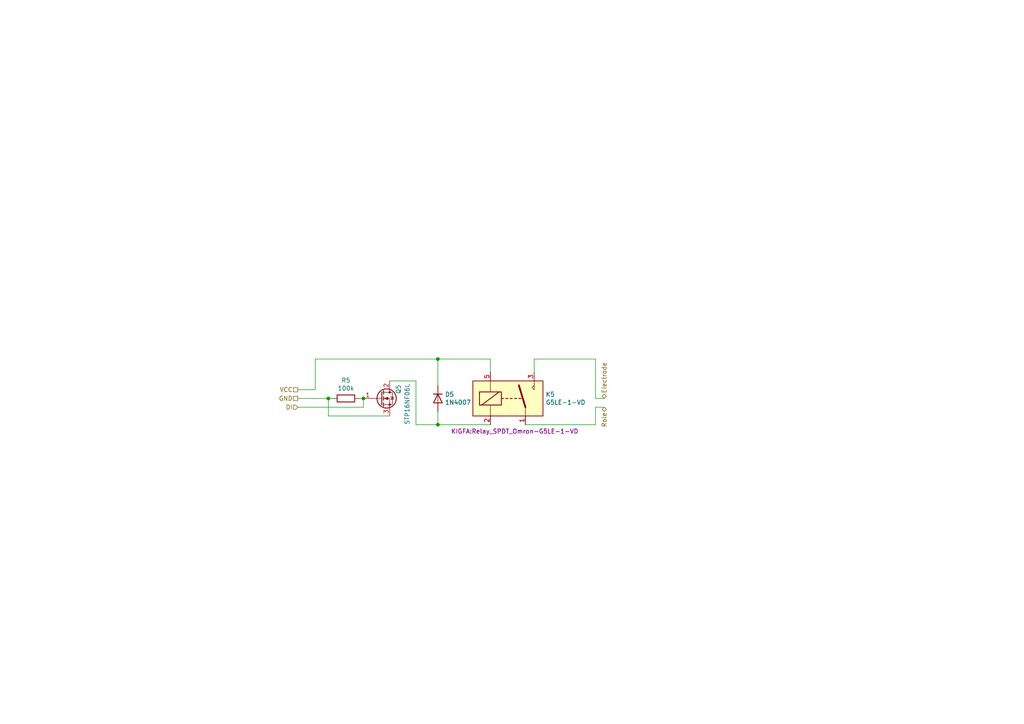
<source format=kicad_sch>
(kicad_sch (version 20211123) (generator eeschema)
  (paper "A4")
  (lib_symbols
    (symbol "Device:R" (pin_numbers hide) (pin_names (offset 0))
      (property "Reference" "R" (at 2.032 0 90))
      (property "Value" "R" (at 0 0 90))
      (symbol "R_0_1"
        (rectangle (start -1.016 -2.54) (end 1.016 2.54) (stroke (width 0.254)))
      )
      (symbol "R_1_1"
        (pin passive line (at 0 3.81 270) (length 1.27) (name "~") (number "1"))
        (pin passive line (at 0 -3.81 90) (length 1.27) (name "~") (number "2"))
      )
    )
    (symbol "Diode:1N4007" (pin_numbers hide) (pin_names (offset 1.016) hide)
      (property "Reference" "D" (at 0 2.54 0))
      (property "Value" "1N4007" (at 0 -2.54 0))
      (symbol "1N4007_0_1"
        (polyline (pts (xy -1.27 1.27) (xy -1.27 -1.27)) (stroke (width 0.254)))
        (polyline (pts (xy 1.27 0) (xy -1.27 0)))
        (polyline (pts (xy 1.27 1.27) (xy 1.27 -1.27) (xy -1.27 0) (xy 1.27 1.27)) (stroke (width 0.254)))
      )
      (symbol "1N4007_1_1"
        (pin passive line (at -3.81 0 0) (length 2.54) (name "K") (number "1"))
        (pin passive line (at 3.81 0 180) (length 2.54) (name "A") (number "2"))
      )
    )
    (symbol "relay_card_single:G5LE-1-VD"
      (property "Reference" "K14" (at 10.922 1.1684 0))
      (property "Value" "G5LE-1-VD" (at 10.922 -1.143 0))
      (symbol "G5LE-1-VD_0_0"
        (polyline (pts (xy 7.62 5.08) (xy 7.62 2.54) (xy 6.985 3.175) (xy 7.62 3.81)))
      )
      (symbol "G5LE-1-VD_0_1"
        (rectangle (start -10.16 5.08) (end 10.16 -5.08) (stroke (width 0.254)) (fill (type background)))
        (rectangle (start -8.255 1.905) (end -1.905 -1.905) (stroke (width 0.254)))
        (polyline (pts (xy -7.62 -1.905) (xy -2.54 1.905)) (stroke (width 0.254)))
        (polyline (pts (xy -5.08 -5.08) (xy -5.08 -1.905)))
        (polyline (pts (xy -5.08 5.08) (xy -5.08 1.905)))
        (polyline (pts (xy -1.905 0) (xy -1.27 0)) (stroke (width 0.254)))
        (polyline (pts (xy -0.635 0) (xy 0 0)) (stroke (width 0.254)))
        (polyline (pts (xy 0.635 0) (xy 1.27 0)) (stroke (width 0.254)))
        (polyline (pts (xy 1.905 0) (xy 2.54 0)) (stroke (width 0.254)))
        (polyline (pts (xy 3.175 0) (xy 3.81 0)) (stroke (width 0.254)))
        (polyline (pts (xy 5.08 -2.54) (xy 3.175 3.81)) (stroke (width 0.508)))
        (polyline (pts (xy 5.08 -2.54) (xy 5.08 -5.08)))
      )
      (symbol "G5LE-1-VD_1_1"
        (pin passive line (at 5.08 -7.62 90) (length 2.54) (name "~") (number "1"))
        (pin passive line (at -5.08 -7.62 90) (length 2.54) (name "~") (number "2"))
        (pin passive line (at 7.62 7.62 270) (length 2.54) (name "~") (number "3"))
        (pin passive line (at -5.08 7.62 270) (length 2.54) (name "~") (number "5"))
      )
    )
    (symbol "relay_card_single:STP16NF06L" (pin_names hide)
      (property "Reference" "Q14" (at 5.08 1.27 90))
      (property "Value" "STP16NF06L" (at 7.62 -7.62 90))
      (symbol "STP16NF06L_0_1"
        (polyline (pts (xy 0.254 0) (xy -2.54 0)))
        (polyline (pts (xy 0.254 1.905) (xy 0.254 -1.905)) (stroke (width 0.254)))
        (polyline (pts (xy 0.762 -1.27) (xy 0.762 -2.286)) (stroke (width 0.254)))
        (polyline (pts (xy 0.762 0.508) (xy 0.762 -0.508)) (stroke (width 0.254)))
        (polyline (pts (xy 0.762 2.286) (xy 0.762 1.27)) (stroke (width 0.254)))
        (polyline (pts (xy 2.54 2.54) (xy 2.54 1.778)))
        (polyline (pts (xy 2.54 -2.54) (xy 2.54 0) (xy 0.762 0)))
        (polyline (pts (xy 0.762 -1.778) (xy 3.302 -1.778) (xy 3.302 1.778) (xy 0.762 1.778)))
        (polyline (pts (xy 1.016 0) (xy 2.032 0.381) (xy 2.032 -0.381) (xy 1.016 0)) (fill (type outline)))
        (polyline (pts (xy 2.794 0.508) (xy 2.921 0.381) (xy 3.683 0.381) (xy 3.81 0.254)))
        (polyline (pts (xy 3.302 0.381) (xy 2.921 -0.254) (xy 3.683 -0.254) (xy 3.302 0.381)))
        (circle (center 1.651 0) (radius 2.794) (stroke (width 0.254)))
        (circle (center 2.54 -1.778) (radius 0.254) (fill (type outline)))
        (circle (center 2.54 1.778) (radius 0.254) (fill (type outline)))
      )
      (symbol "STP16NF06L_1_1"
        (pin input line (at -5.08 0 0) (length 2.54) (name "G") (number "1"))
        (pin passive line (at 2.54 5.08 270) (length 2.54) (name "D") (number "2"))
        (pin passive line (at 2.54 -5.08 90) (length 2.54) (name "S") (number "3"))
      )
    )
  )
  (junction (at 127 123.19))
  (junction (at 127 104.14))
  (junction (at 105.41 115.57))
  (junction (at 95.25 115.57))
  (wire (pts (xy 142.24 104.14) (xy 142.24 107.95)))
  (wire (pts (xy 127 104.14) (xy 91.44 104.14)))
  (wire (pts (xy 127 123.19) (xy 127 119.38)))
  (wire (pts (xy 86.36 118.11) (xy 105.41 118.11)))
  (wire (pts (xy 127 104.14) (xy 142.24 104.14)))
  (wire (pts (xy 172.72 123.19) (xy 152.4 123.19)))
  (wire (pts (xy 120.65 110.49) (xy 120.65 123.19)))
  (wire (pts (xy 154.94 104.14) (xy 172.72 104.14)))
  (wire (pts (xy 86.36 115.57) (xy 95.25 115.57)))
  (wire (pts (xy 154.94 107.95) (xy 154.94 104.14)))
  (wire (pts (xy 172.72 118.11) (xy 175.26 118.11)))
  (wire (pts (xy 91.44 113.03) (xy 86.36 113.03)))
  (wire (pts (xy 95.25 115.57) (xy 96.52 115.57)))
  (wire (pts (xy 113.03 110.49) (xy 120.65 110.49)))
  (wire (pts (xy 172.72 115.57) (xy 175.26 115.57)))
  (wire (pts (xy 172.72 104.14) (xy 172.72 115.57)))
  (wire (pts (xy 91.44 104.14) (xy 91.44 113.03)))
  (wire (pts (xy 172.72 118.11) (xy 172.72 123.19)))
  (wire (pts (xy 113.03 120.65) (xy 95.25 120.65)))
  (wire (pts (xy 95.25 115.57) (xy 95.25 120.65)))
  (wire (pts (xy 105.41 115.57) (xy 105.41 118.11)))
  (wire (pts (xy 127 123.19) (xy 142.24 123.19)))
  (wire (pts (xy 120.65 123.19) (xy 127 123.19)))
  (wire (pts (xy 127 104.14) (xy 127 111.76)))
  (wire (pts (xy 104.14 115.57) (xy 105.41 115.57)))
  (hierarchical_label "Role" (shape bidirectional) (at 175.26 118.11 270))
  (hierarchical_label "DI" (shape input) (at 86.36 118.11 180))
  (hierarchical_label "Electrode" (shape bidirectional) (at 175.26 115.57 90))
  (hierarchical_label "VCC" (shape passive) (at 86.36 113.03 180))
  (hierarchical_label "GND" (shape passive) (at 86.36 115.57 180))
  (symbol (lib_id "Diode:1N4007") (at 127 115.57 270)
    (property "Reference" "D5" (at 129.032 114.4016 90) (effects (justify left)))
    (property "Value" "1N4007" (at 129.032 116.713 90) (effects (justify left)))
    (property "Footprint" "Diode_THT:D_DO-41_SOD81_P10.16mm_Horizontal" (effects hide))
    (property "Datasheet" "http://www.vishay.com/docs/88503/1n4001.pdf" (effects hide))
  )
  (symbol (lib_id "relay_card_single:G5LE-1-VD") (at 147.32 115.57 0)
    (property "Reference" "K5" (at 158.242 114.4016 0) (effects (justify left)))
    (property "Value" "G5LE-1-VD" (at 158.242 116.713 0) (effects (justify left)))
    (property "Footprint" "KIGFA:Relay_SPDT_Omron-G5LE-1-VD" (at 130.81 125.095 0) (effects (justify left)))
    (property "Datasheet" "http://www.omron.com/ecb/products/pdf/en-g5le.pdf" (effects hide))
    (property "ref.Farnell" "2076257" (effects hide))
  )
  (symbol (lib_id "relay_card_single:STP16NF06L") (at 110.49 115.57 0)
    (property "Reference" "Q5" (at 115.57 114.3 90) (effects (justify left)))
    (property "Value" "STP16NF06L" (at 118.11 123.19 90) (effects (justify left)))
    (property "Footprint" "Package_TO_SOT_THT:TO-220-3_Vertical" (effects hide))
    (property "Datasheet" "https://media.digikey.com/pdf/Data%20Sheets/Fairchild%20PDFs/BUZ11.pdf" (effects hide))
  )
  (symbol (lib_id "Device:R") (at 100.33 115.57 270)
    (property "Reference" "R5" (at 100.33 110.3122 90))
    (property "Value" "100k" (at 100.33 112.6236 90))
    (property "Footprint" "Resistor_THT:R_Axial_DIN0207_L6.3mm_D2.5mm_P15.24mm_Horizontal" (effects hide))
  )
)
</source>
